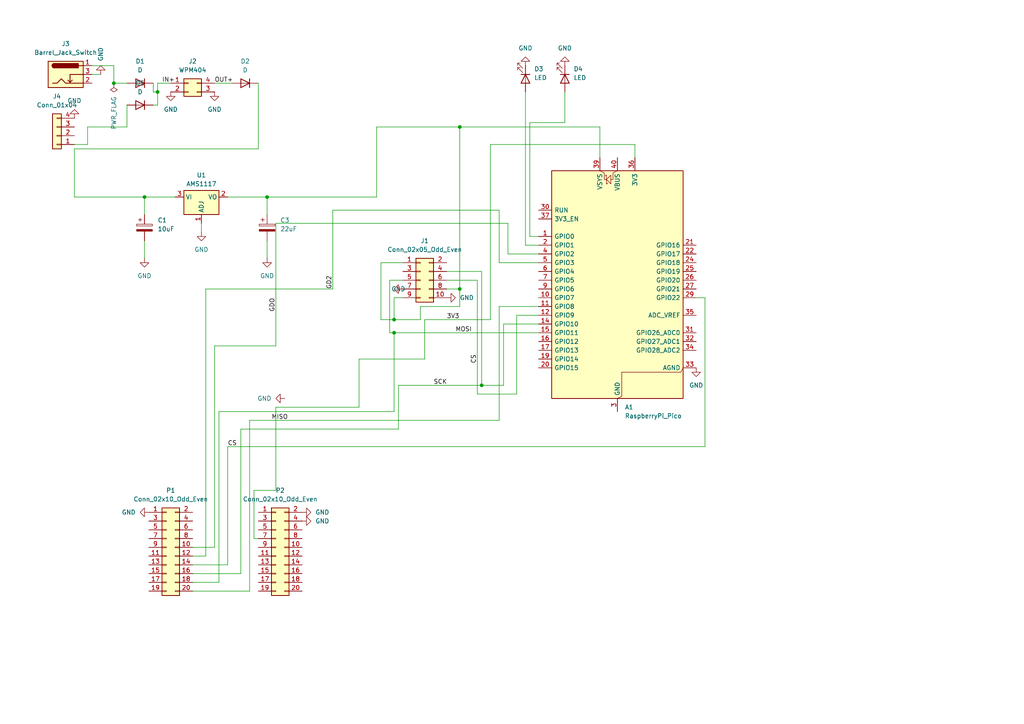
<source format=kicad_sch>
(kicad_sch (version 20250114) (generator "eeschema") (generator_version "9.0")
  (paper "A4")
  (lib_symbols
    (symbol "Connector:Barrel_Jack_Switch" (pin_names (hide yes))
      (property "Reference" "J" (at 0 5.334 0))
      (property "Value" "Barrel_Jack_Switch" (at 0 -5.08 0))
      (symbol "Barrel_Jack_Switch_0_1"
        (rectangle (start -5.08 3.81) (end 5.08 -3.81) (stroke (width 0.254)) (fill (type background)))
        (polyline (pts (xy -3.81 -2.54) (xy -2.54 -2.54) (xy -1.27 -1.27) (xy 0 -2.54) (xy 2.54 -2.54) (xy 5.08 -2.54)) (stroke (width 0.254)))
        (arc (start -3.302 1.905) (mid -3.9343 2.54) (end -3.302 3.175) (stroke (width 0.254)))
        (arc (start -3.302 1.905) (mid -3.9343 2.54) (end -3.302 3.175) (stroke (width 0.254)) (fill (type outline)))
        (polyline (pts (xy 1.27 -2.286) (xy 1.905 -1.651)) (stroke (width 0.254)))
        (rectangle (start 3.683 3.175) (end -3.302 1.905) (stroke (width 0.254)) (fill (type outline)))
        (polyline (pts (xy 5.08 2.54) (xy 3.81 2.54)) (stroke (width 0.254)))
        (polyline (pts (xy 5.08 0) (xy 1.27 0) (xy 1.27 -2.286) (xy 0.635 -1.651)) (stroke (width 0.254)))
      )
      (symbol "Barrel_Jack_Switch_1_1"
        (pin passive line (at 7.62 2.54 180) (length 2.54) (name "~") (number "1"))
        (pin passive line (at 7.62 0 180) (length 2.54) (name "~") (number "3"))
        (pin passive line (at 7.62 -2.54 180) (length 2.54) (name "~") (number "2"))
      )
    )
    (symbol "Connector_Generic:Conn_01x04" (pin_names (offset 1.016) (hide yes))
      (property "Reference" "J" (at 0 5.08 0))
      (property "Value" "Conn_01x04" (at 0 -7.62 0))
      (symbol "Conn_01x04_1_1"
        (rectangle (start -1.27 3.81) (end 1.27 -6.35) (stroke (width 0.254)) (fill (type background)))
        (rectangle (start -1.27 2.667) (end 0 2.413) (stroke (width 0.1524)))
        (rectangle (start -1.27 0.127) (end 0 -0.127) (stroke (width 0.1524)))
        (rectangle (start -1.27 -2.413) (end 0 -2.667) (stroke (width 0.1524)))
        (rectangle (start -1.27 -4.953) (end 0 -5.207) (stroke (width 0.1524)))
        (pin passive line (at -5.08 2.54 0) (length 3.81) (name "Pin_1") (number "1"))
        (pin passive line (at -5.08 0 0) (length 3.81) (name "Pin_2") (number "2"))
        (pin passive line (at -5.08 -2.54 0) (length 3.81) (name "Pin_3") (number "3"))
        (pin passive line (at -5.08 -5.08 0) (length 3.81) (name "Pin_4") (number "4"))
      )
    )
    (symbol "Connector_Generic:Conn_02x02_Counter_Clockwise" (pin_names (offset 1.016) (hide yes))
      (property "Reference" "J2" (at 1.27 6.35 0))
      (property "Value" "WPM404" (at 1.27 3.81 0))
      (symbol "Conn_02x02_Counter_Clockwise_1_1"
        (rectangle (start -1.27 1.27) (end 3.81 -3.81) (stroke (width 0.254)) (fill (type background)))
        (rectangle (start -1.27 0.127) (end 0 -0.127) (stroke (width 0.1524)))
        (rectangle (start -1.27 -2.413) (end 0 -2.667) (stroke (width 0.1524)))
        (rectangle (start 3.81 0.127) (end 2.54 -0.127) (stroke (width 0.1524)))
        (rectangle (start 3.81 -2.413) (end 2.54 -2.667) (stroke (width 0.1524)))
        (pin passive line (at -5.08 0 0) (length 3.81) (name "Pin_1") (number "1"))
        (pin power_in line (at -5.08 -2.54 0) (length 3.81) (name "Pin_2") (number "2"))
        (pin passive line (at 7.62 0 180) (length 3.81) (name "Pin_4") (number "4"))
        (pin power_out line (at 7.62 -2.54 180) (length 3.81) (name "Pin_3") (number "3"))
      )
    )
    (symbol "Connector_Generic:Conn_02x05_Odd_Even" (pin_names (offset 1.016) (hide yes))
      (property "Reference" "J" (at 1.27 7.62 0))
      (property "Value" "Conn_02x05_Odd_Even" (at 1.27 -7.62 0))
      (symbol "Conn_02x05_Odd_Even_1_1"
        (rectangle (start -1.27 6.35) (end 3.81 -6.35) (stroke (width 0.254)) (fill (type background)))
        (rectangle (start -1.27 5.207) (end 0 4.953) (stroke (width 0.1524)))
        (rectangle (start -1.27 2.667) (end 0 2.413) (stroke (width 0.1524)))
        (rectangle (start -1.27 0.127) (end 0 -0.127) (stroke (width 0.1524)))
        (rectangle (start -1.27 -2.413) (end 0 -2.667) (stroke (width 0.1524)))
        (rectangle (start -1.27 -4.953) (end 0 -5.207) (stroke (width 0.1524)))
        (rectangle (start 3.81 5.207) (end 2.54 4.953) (stroke (width 0.1524)))
        (rectangle (start 3.81 2.667) (end 2.54 2.413) (stroke (width 0.1524)))
        (rectangle (start 3.81 0.127) (end 2.54 -0.127) (stroke (width 0.1524)))
        (rectangle (start 3.81 -2.413) (end 2.54 -2.667) (stroke (width 0.1524)))
        (rectangle (start 3.81 -4.953) (end 2.54 -5.207) (stroke (width 0.1524)))
        (pin passive line (at -5.08 5.08 0) (length 3.81) (name "Pin_1") (number "1"))
        (pin passive line (at -5.08 2.54 0) (length 3.81) (name "Pin_3") (number "3"))
        (pin passive line (at -5.08 0 0) (length 3.81) (name "Pin_5") (number "5"))
        (pin passive line (at -5.08 -2.54 0) (length 3.81) (name "Pin_7") (number "7"))
        (pin passive line (at -5.08 -5.08 0) (length 3.81) (name "Pin_9") (number "9"))
        (pin passive line (at 7.62 5.08 180) (length 3.81) (name "Pin_2") (number "2"))
        (pin passive line (at 7.62 2.54 180) (length 3.81) (name "Pin_4") (number "4"))
        (pin passive line (at 7.62 0 180) (length 3.81) (name "Pin_6") (number "6"))
        (pin passive line (at 7.62 -2.54 180) (length 3.81) (name "Pin_8") (number "8"))
        (pin passive line (at 7.62 -5.08 180) (length 3.81) (name "Pin_10") (number "10"))
      )
    )
    (symbol "Connector_Generic:Conn_02x10_Odd_Even" (pin_names (offset 1.016) (hide yes))
      (property "Reference" "J" (at 1.27 12.7 0))
      (property "Value" "Conn_02x10_Odd_Even" (at 1.27 -15.24 0))
      (symbol "Conn_02x10_Odd_Even_1_1"
        (rectangle (start -1.27 11.43) (end 3.81 -13.97) (stroke (width 0.254)) (fill (type background)))
        (rectangle (start -1.27 10.287) (end 0 10.033) (stroke (width 0.1524)))
        (rectangle (start -1.27 7.747) (end 0 7.493) (stroke (width 0.1524)))
        (rectangle (start -1.27 5.207) (end 0 4.953) (stroke (width 0.1524)))
        (rectangle (start -1.27 2.667) (end 0 2.413) (stroke (width 0.1524)))
        (rectangle (start -1.27 0.127) (end 0 -0.127) (stroke (width 0.1524)))
        (rectangle (start -1.27 -2.413) (end 0 -2.667) (stroke (width 0.1524)))
        (rectangle (start -1.27 -4.953) (end 0 -5.207) (stroke (width 0.1524)))
        (rectangle (start -1.27 -7.493) (end 0 -7.747) (stroke (width 0.1524)))
        (rectangle (start -1.27 -10.033) (end 0 -10.287) (stroke (width 0.1524)))
        (rectangle (start -1.27 -12.573) (end 0 -12.827) (stroke (width 0.1524)))
        (rectangle (start 3.81 10.287) (end 2.54 10.033) (stroke (width 0.1524)))
        (rectangle (start 3.81 7.747) (end 2.54 7.493) (stroke (width 0.1524)))
        (rectangle (start 3.81 5.207) (end 2.54 4.953) (stroke (width 0.1524)))
        (rectangle (start 3.81 2.667) (end 2.54 2.413) (stroke (width 0.1524)))
        (rectangle (start 3.81 0.127) (end 2.54 -0.127) (stroke (width 0.1524)))
        (rectangle (start 3.81 -2.413) (end 2.54 -2.667) (stroke (width 0.1524)))
        (rectangle (start 3.81 -4.953) (end 2.54 -5.207) (stroke (width 0.1524)))
        (rectangle (start 3.81 -7.493) (end 2.54 -7.747) (stroke (width 0.1524)))
        (rectangle (start 3.81 -10.033) (end 2.54 -10.287) (stroke (width 0.1524)))
        (rectangle (start 3.81 -12.573) (end 2.54 -12.827) (stroke (width 0.1524)))
        (pin passive line (at -5.08 10.16 0) (length 3.81) (name "Pin_1") (number "1"))
        (pin passive line (at -5.08 7.62 0) (length 3.81) (name "Pin_3") (number "3"))
        (pin passive line (at -5.08 5.08 0) (length 3.81) (name "Pin_5") (number "5"))
        (pin passive line (at -5.08 2.54 0) (length 3.81) (name "Pin_7") (number "7"))
        (pin passive line (at -5.08 0 0) (length 3.81) (name "Pin_9") (number "9"))
        (pin passive line (at -5.08 -2.54 0) (length 3.81) (name "Pin_11") (number "11"))
        (pin passive line (at -5.08 -5.08 0) (length 3.81) (name "Pin_13") (number "13"))
        (pin passive line (at -5.08 -7.62 0) (length 3.81) (name "Pin_15") (number "15"))
        (pin passive line (at -5.08 -10.16 0) (length 3.81) (name "Pin_17") (number "17"))
        (pin passive line (at -5.08 -12.7 0) (length 3.81) (name "Pin_19") (number "19"))
        (pin passive line (at 7.62 10.16 180) (length 3.81) (name "Pin_2") (number "2"))
        (pin passive line (at 7.62 7.62 180) (length 3.81) (name "Pin_4") (number "4"))
        (pin passive line (at 7.62 5.08 180) (length 3.81) (name "Pin_6") (number "6"))
        (pin passive line (at 7.62 2.54 180) (length 3.81) (name "Pin_8") (number "8"))
        (pin passive line (at 7.62 0 180) (length 3.81) (name "Pin_10") (number "10"))
        (pin passive line (at 7.62 -2.54 180) (length 3.81) (name "Pin_12") (number "12"))
        (pin passive line (at 7.62 -5.08 180) (length 3.81) (name "Pin_14") (number "14"))
        (pin passive line (at 7.62 -7.62 180) (length 3.81) (name "Pin_16") (number "16"))
        (pin passive line (at 7.62 -10.16 180) (length 3.81) (name "Pin_18") (number "18"))
        (pin passive line (at 7.62 -12.7 180) (length 3.81) (name "Pin_20") (number "20"))
      )
    )
    (symbol "D_1" (pin_numbers (hide yes)) (pin_names (offset 1.016) (hide yes))
      (property "Reference" "D2" (at 0 -6.35 0))
      (property "Value" "D" (at 0 -3.81 0))
      (symbol "D_1_0_1"
        (polyline (pts (xy -1.27 1.27) (xy -1.27 -1.27)) (stroke (width 0.254)))
        (polyline (pts (xy 1.27 1.27) (xy 1.27 -1.27) (xy -1.27 0) (xy 1.27 1.27)) (stroke (width 0.254)))
        (polyline (pts (xy 1.27 0) (xy -1.27 0)))
      )
      (symbol "D_1_1_1"
        (pin power_out line (at -3.81 0 0) (length 2.54) (name "K") (number "1"))
        (pin power_in line (at 3.81 0 180) (length 2.54) (name "A") (number "2"))
      )
    )
    (symbol "D_2" (pin_numbers (hide yes)) (pin_names (offset 1.016) (hide yes))
      (property "Reference" "D" (at 0 2.54 0))
      (property "Value" "D" (at 0 -2.54 0))
      (symbol "D_2_0_1"
        (polyline (pts (xy -1.27 1.27) (xy -1.27 -1.27)) (stroke (width 0.254)))
        (polyline (pts (xy 1.27 1.27) (xy 1.27 -1.27) (xy -1.27 0) (xy 1.27 1.27)) (stroke (width 0.254)))
        (polyline (pts (xy 1.27 0) (xy -1.27 0)))
      )
      (symbol "D_2_1_1"
        (pin passive line (at -3.81 0 0) (length 2.54) (name "K") (number "1"))
        (pin passive line (at 3.81 0 180) (length 2.54) (name "A") (number "2"))
      )
    )
    (symbol "Device:C_Polarized" (pin_numbers (hide yes)) (pin_names (offset 0.254))
      (property "Reference" "C" (at 0.635 2.54 0))
      (property "Value" "C_Polarized" (at 0.635 -2.54 0))
      (symbol "C_Polarized_0_1"
        (rectangle (start -2.286 0.508) (end 2.286 1.016))
        (polyline (pts (xy -1.778 2.286) (xy -0.762 2.286)))
        (polyline (pts (xy -1.27 2.794) (xy -1.27 1.778)))
        (rectangle (start 2.286 -0.508) (end -2.286 -1.016) (fill (type outline)))
      )
      (symbol "C_Polarized_1_1"
        (pin passive line (at 0 3.81 270) (length 2.794) (name "~") (number "1"))
        (pin passive line (at 0 -3.81 90) (length 2.794) (name "~") (number "2"))
      )
    )
    (symbol "Device:D" (pin_numbers (hide yes)) (pin_names (offset 1.016) (hide yes))
      (property "Reference" "D1" (at 0 -6.35 0))
      (property "Value" "D" (at 0 -3.81 0))
      (symbol "D_0_1"
        (polyline (pts (xy -1.27 1.27) (xy -1.27 -1.27)) (stroke (width 0.254)))
        (polyline (pts (xy 1.27 1.27) (xy 1.27 -1.27) (xy -1.27 0) (xy 1.27 1.27)) (stroke (width 0.254)))
        (polyline (pts (xy 1.27 0) (xy -1.27 0)))
      )
      (symbol "D_1_1"
        (pin power_out line (at -3.81 0 0) (length 2.54) (name "K") (number "1"))
        (pin power_in line (at 3.81 0 180) (length 2.54) (name "A") (number "2"))
      )
    )
    (symbol "Device:LED" (pin_numbers (hide yes)) (pin_names (offset 1.016) (hide yes))
      (property "Reference" "D" (at 0 2.54 0))
      (property "Value" "LED" (at 0 -2.54 0))
      (symbol "LED_0_1"
        (polyline (pts (xy -3.048 -0.762) (xy -4.572 -2.286) (xy -3.81 -2.286) (xy -4.572 -2.286) (xy -4.572 -1.524)))
        (polyline (pts (xy -1.778 -0.762) (xy -3.302 -2.286) (xy -2.54 -2.286) (xy -3.302 -2.286) (xy -3.302 -1.524)))
        (polyline (pts (xy -1.27 0) (xy 1.27 0)))
        (polyline (pts (xy -1.27 -1.27) (xy -1.27 1.27)) (stroke (width 0.254)))
        (polyline (pts (xy 1.27 -1.27) (xy 1.27 1.27) (xy -1.27 0) (xy 1.27 -1.27)) (stroke (width 0.254)))
      )
      (symbol "LED_1_1"
        (pin passive line (at -3.81 0 0) (length 2.54) (name "K") (number "1"))
        (pin passive line (at 3.81 0 180) (length 2.54) (name "A") (number "2"))
      )
    )
    (symbol "MCU_Module:RaspberryPi_Pico" (pin_names (offset 0.762))
      (property "Reference" "A" (at -19.05 35.56 0))
      (property "Value" "RaspberryPi_Pico" (at 7.62 35.56 0))
      (symbol "RaspberryPi_Pico_0_1"
        (rectangle (start -19.05 34.29) (end 19.05 -31.75) (stroke (width 0.254)) (fill (type background)))
        (polyline (pts (xy -5.08 34.29) (xy -3.81 33.655) (xy -3.81 31.75) (xy -3.175 31.75)))
        (polyline (pts (xy -3.429 32.766) (xy -3.429 33.02) (xy -3.175 33.02) (xy -3.175 30.48) (xy -2.921 30.48) (xy -2.921 30.734)))
        (polyline (pts (xy -3.175 31.75) (xy -1.905 33.02) (xy -1.905 30.48) (xy -3.175 31.75)))
        (polyline (pts (xy 0 34.29) (xy -1.27 33.655) (xy -1.27 31.75) (xy -1.905 31.75)))
        (polyline (pts (xy 0 -31.75) (xy 1.27 -31.115) (xy 1.27 -24.13) (xy 18.415 -24.13) (xy 19.05 -22.86)))
      )
      (symbol "RaspberryPi_Pico_1_1"
        (pin passive line (at -22.86 22.86 0) (length 3.81) (name "RUN") (number "30"))
        (pin passive line (at -22.86 20.32 0) (length 3.81) (name "3V3_EN") (number "37"))
        (pin bidirectional line (at -22.86 15.24 0) (length 3.81) (name "GPIO0") (number "1"))
        (pin bidirectional line (at -22.86 12.7 0) (length 3.81) (name "GPIO1") (number "2"))
        (pin bidirectional line (at -22.86 10.16 0) (length 3.81) (name "GPIO2") (number "4"))
        (pin bidirectional line (at -22.86 7.62 0) (length 3.81) (name "GPIO3") (number "5"))
        (pin bidirectional line (at -22.86 5.08 0) (length 3.81) (name "GPIO4") (number "6"))
        (pin bidirectional line (at -22.86 2.54 0) (length 3.81) (name "GPIO5") (number "7"))
        (pin bidirectional line (at -22.86 0 0) (length 3.81) (name "GPIO6") (number "9"))
        (pin bidirectional line (at -22.86 -2.54 0) (length 3.81) (name "GPIO7") (number "10"))
        (pin bidirectional line (at -22.86 -5.08 0) (length 3.81) (name "GPIO8") (number "11"))
        (pin bidirectional line (at -22.86 -7.62 0) (length 3.81) (name "GPIO9") (number "12"))
        (pin bidirectional line (at -22.86 -10.16 0) (length 3.81) (name "GPIO10") (number "14"))
        (pin bidirectional line (at -22.86 -12.7 0) (length 3.81) (name "GPIO11") (number "15"))
        (pin bidirectional line (at -22.86 -15.24 0) (length 3.81) (name "GPIO12") (number "16"))
        (pin bidirectional line (at -22.86 -17.78 0) (length 3.81) (name "GPIO13") (number "17"))
        (pin bidirectional line (at -22.86 -20.32 0) (length 3.81) (name "GPIO14") (number "19"))
        (pin bidirectional line (at -22.86 -22.86 0) (length 3.81) (name "GPIO15") (number "20"))
        (pin power_in line (at -5.08 38.1 270) (length 3.81) (name "VSYS") (number "39"))
        (pin power_out line (at 0 38.1 270) (length 3.81) (name "VBUS") (number "40"))
        (pin passive line (at 0 -35.56 90) (length 3.81) (hide yes) (name "GND") (number "13"))
        (pin passive line (at 0 -35.56 90) (length 3.81) (hide yes) (name "GND") (number "18"))
        (pin passive line (at 0 -35.56 90) (length 3.81) (hide yes) (name "GND") (number "23"))
        (pin passive line (at 0 -35.56 90) (length 3.81) (hide yes) (name "GND") (number "28"))
        (pin power_out line (at 0 -35.56 90) (length 3.81) (name "GND") (number "3"))
        (pin passive line (at 0 -35.56 90) (length 3.81) (hide yes) (name "GND") (number "38"))
        (pin passive line (at 0 -35.56 90) (length 3.81) (hide yes) (name "GND") (number "8"))
        (pin power_out line (at 5.08 38.1 270) (length 3.81) (name "3V3") (number "36"))
        (pin bidirectional line (at 22.86 12.7 180) (length 3.81) (name "GPIO16") (number "21"))
        (pin bidirectional line (at 22.86 10.16 180) (length 3.81) (name "GPIO17") (number "22"))
        (pin bidirectional line (at 22.86 7.62 180) (length 3.81) (name "GPIO18") (number "24"))
        (pin bidirectional line (at 22.86 5.08 180) (length 3.81) (name "GPIO19") (number "25"))
        (pin bidirectional line (at 22.86 2.54 180) (length 3.81) (name "GPIO20") (number "26"))
        (pin bidirectional line (at 22.86 0 180) (length 3.81) (name "GPIO21") (number "27"))
        (pin bidirectional line (at 22.86 -2.54 180) (length 3.81) (name "GPIO22") (number "29"))
        (pin power_in line (at 22.86 -7.62 180) (length 3.81) (name "ADC_VREF") (number "35"))
        (pin bidirectional line (at 22.86 -12.7 180) (length 3.81) (name "GPIO26_ADC0") (number "31"))
        (pin bidirectional line (at 22.86 -15.24 180) (length 3.81) (name "GPIO27_ADC1") (number "32"))
        (pin bidirectional line (at 22.86 -17.78 180) (length 3.81) (name "GPIO28_ADC2") (number "34"))
        (pin power_out line (at 22.86 -22.86 180) (length 3.81) (name "AGND") (number "33"))
      )
    )
    (symbol "Regulator_Linear:AMS1117"
      (property "Reference" "U" (at -3.81 3.175 0))
      (property "Value" "AMS1117" (at 0 3.175 0))
      (symbol "AMS1117_0_1"
        (rectangle (start -5.08 -5.08) (end 5.08 1.905) (stroke (width 0.254)) (fill (type background)))
      )
      (symbol "AMS1117_1_1"
        (pin power_in line (at -7.62 0 0) (length 2.54) (name "VI") (number "3"))
        (pin input line (at 0 -7.62 90) (length 2.54) (name "ADJ") (number "1"))
        (pin power_out line (at 7.62 0 180) (length 2.54) (name "VO") (number "2"))
      )
    )
    (symbol "power:GND" (power) (pin_numbers (hide yes)) (pin_names (offset 0) (hide yes))
      (property "Value" "GND" (at 0 -3.81 0))
      (symbol "GND_0_1"
        (polyline (pts (xy 0 0) (xy 0 -1.27) (xy 1.27 -1.27) (xy 0 -2.54) (xy -1.27 -1.27) (xy 0 -1.27)))
      )
      (symbol "GND_1_1"
        (pin power_in line (at 0 0 270) (length 0) (name "~") (number "1"))
      )
    )
    (symbol "power:PWR_FLAG" (power) (pin_numbers (hide yes)) (pin_names (offset 0) (hide yes))
      (property "Value" "PWR_FLAG" (at 0 3.81 0))
      (symbol "PWR_FLAG_0_0"
        (pin power_out line (at 0 0 90) (length 0) (name "~") (number "1"))
      )
      (symbol "PWR_FLAG_0_1"
        (polyline (pts (xy 0 0) (xy 0 1.27) (xy -1.016 1.905) (xy 0 2.54) (xy 1.016 1.905) (xy 0 1.27)))
      )
    )
  )
  (junction (at 33.02 24.13))
  (junction (at 139.7 111.76))
  (junction (at 41.91 57.15))
  (junction (at 133.35 36.83))
  (junction (at 133.35 83.82))
  (junction (at 114.3 96.52))
  (junction (at 114.3 92.71))
  (junction (at 45.72 26.67))
  (junction (at 77.47 57.15))
  (wire (pts (xy 96.52 60.96) (xy 96.52 83.82)))
  (wire (pts (xy 184.15 41.91) (xy 184.15 45.72)))
  (wire (pts (xy 80.01 142.24) (xy 73.66 142.24)))
  (wire (pts (xy 62.23 100.33) (xy 62.23 158.75)))
  (wire (pts (xy 45.72 26.67) (xy 45.72 24.13)))
  (wire (pts (xy 109.22 36.83) (xy 109.22 57.15)))
  (wire (pts (xy 115.57 111.76) (xy 139.7 111.76)))
  (wire (pts (xy 152.4 26.67) (xy 152.4 71.12)))
  (wire (pts (xy 113.03 81.28) (xy 113.03 96.52)))
  (wire (pts (xy 110.49 76.2) (xy 110.49 92.71)))
  (wire (pts (xy 114.3 92.71) (xy 121.92 92.71)))
  (wire (pts (xy 129.54 81.28) (xy 138.43 81.28)))
  (wire (pts (xy 41.91 57.15) (xy 50.8 57.15)))
  (wire (pts (xy 142.24 41.91) (xy 184.15 41.91)))
  (wire (pts (xy 62.23 158.75) (xy 55.88 158.75)))
  (wire (pts (xy 80.01 64.77) (xy 147.32 64.77)))
  (wire (pts (xy 114.3 96.52) (xy 156.21 96.52)))
  (wire (pts (xy 74.93 24.13) (xy 74.93 43.18)))
  (wire (pts (xy 73.66 156.21) (xy 74.93 156.21)))
  (wire (pts (xy 146.05 111.76) (xy 146.05 93.98)))
  (wire (pts (xy 153.67 35.56) (xy 163.83 35.56)))
  (wire (pts (xy 59.69 83.82) (xy 96.52 83.82)))
  (wire (pts (xy 25.4 36.83) (xy 25.4 41.91)))
  (wire (pts (xy 121.92 92.71) (xy 121.92 88.9)))
  (wire (pts (xy 123.19 104.14) (xy 123.19 92.71)))
  (wire (pts (xy 80.01 118.11) (xy 80.01 142.24)))
  (wire (pts (xy 147.32 64.77) (xy 147.32 73.66)))
  (wire (pts (xy 129.54 78.74) (xy 139.7 78.74)))
  (wire (pts (xy 133.35 88.9) (xy 133.35 83.82)))
  (wire (pts (xy 41.91 69.85) (xy 41.91 74.93)))
  (wire (pts (xy 109.22 36.83) (xy 133.35 36.83)))
  (wire (pts (xy 44.45 24.13) (xy 44.45 26.67)))
  (wire (pts (xy 113.03 96.52) (xy 114.3 96.52)))
  (wire (pts (xy 45.72 24.13) (xy 49.53 24.13)))
  (wire (pts (xy 44.45 30.48) (xy 45.72 30.48)))
  (wire (pts (xy 173.99 36.83) (xy 173.99 45.72)))
  (wire (pts (xy 110.49 92.71) (xy 114.3 92.71)))
  (wire (pts (xy 66.04 163.83) (xy 55.88 163.83)))
  (wire (pts (xy 21.59 57.15) (xy 41.91 57.15)))
  (wire (pts (xy 36.83 36.83) (xy 36.83 30.48)))
  (wire (pts (xy 33.02 24.13) (xy 36.83 24.13)))
  (wire (pts (xy 139.7 111.76) (xy 146.05 111.76)))
  (wire (pts (xy 114.3 86.36) (xy 116.84 86.36)))
  (wire (pts (xy 69.85 124.46) (xy 115.57 124.46)))
  (wire (pts (xy 133.35 36.83) (xy 173.99 36.83)))
  (wire (pts (xy 149.86 91.44) (xy 149.86 114.3)))
  (wire (pts (xy 163.83 26.67) (xy 163.83 35.56)))
  (wire (pts (xy 144.78 88.9) (xy 156.21 88.9)))
  (wire (pts (xy 25.4 41.91) (xy 21.59 41.91)))
  (wire (pts (xy 144.78 60.96) (xy 96.52 60.96)))
  (wire (pts (xy 80.01 118.11) (xy 104.14 118.11)))
  (wire (pts (xy 66.04 129.54) (xy 204.47 129.54)))
  (wire (pts (xy 80.01 64.77) (xy 80.01 100.33)))
  (wire (pts (xy 41.91 57.15) (xy 41.91 62.23)))
  (wire (pts (xy 121.92 88.9) (xy 133.35 88.9)))
  (wire (pts (xy 69.85 124.46) (xy 69.85 166.37)))
  (wire (pts (xy 144.78 121.92) (xy 144.78 88.9)))
  (wire (pts (xy 156.21 76.2) (xy 144.78 76.2)))
  (wire (pts (xy 133.35 36.83) (xy 133.35 83.82)))
  (wire (pts (xy 116.84 81.28) (xy 113.03 81.28)))
  (wire (pts (xy 147.32 73.66) (xy 156.21 73.66)))
  (wire (pts (xy 74.93 43.18) (xy 21.59 43.18)))
  (wire (pts (xy 73.66 142.24) (xy 73.66 156.21)))
  (wire (pts (xy 45.72 30.48) (xy 45.72 26.67)))
  (wire (pts (xy 153.67 35.56) (xy 153.67 68.58)))
  (wire (pts (xy 80.01 100.33) (xy 62.23 100.33)))
  (wire (pts (xy 153.67 68.58) (xy 156.21 68.58)))
  (wire (pts (xy 72.39 121.92) (xy 72.39 171.45)))
  (wire (pts (xy 116.84 76.2) (xy 110.49 76.2)))
  (wire (pts (xy 33.02 19.05) (xy 33.02 24.13)))
  (wire (pts (xy 138.43 81.28) (xy 138.43 114.3)))
  (wire (pts (xy 63.5 119.38) (xy 114.3 119.38)))
  (wire (pts (xy 204.47 86.36) (xy 201.93 86.36)))
  (wire (pts (xy 63.5 119.38) (xy 63.5 168.91)))
  (wire (pts (xy 146.05 93.98) (xy 156.21 93.98)))
  (wire (pts (xy 26.67 21.59) (xy 29.21 21.59)))
  (wire (pts (xy 104.14 118.11) (xy 104.14 104.14)))
  (wire (pts (xy 59.69 83.82) (xy 59.69 161.29)))
  (wire (pts (xy 63.5 168.91) (xy 55.88 168.91)))
  (wire (pts (xy 114.3 119.38) (xy 114.3 96.52)))
  (wire (pts (xy 142.24 92.71) (xy 142.24 41.91)))
  (wire (pts (xy 66.04 129.54) (xy 66.04 163.83)))
  (wire (pts (xy 44.45 26.67) (xy 45.72 26.67)))
  (wire (pts (xy 59.69 161.29) (xy 55.88 161.29)))
  (wire (pts (xy 204.47 129.54) (xy 204.47 86.36)))
  (wire (pts (xy 72.39 121.92) (xy 144.78 121.92)))
  (wire (pts (xy 72.39 171.45) (xy 55.88 171.45)))
  (wire (pts (xy 144.78 76.2) (xy 144.78 60.96)))
  (wire (pts (xy 138.43 114.3) (xy 149.86 114.3)))
  (wire (pts (xy 33.02 19.05) (xy 26.67 19.05)))
  (wire (pts (xy 77.47 57.15) (xy 77.47 62.23)))
  (wire (pts (xy 149.86 91.44) (xy 156.21 91.44)))
  (wire (pts (xy 62.23 24.13) (xy 67.31 24.13)))
  (wire (pts (xy 115.57 124.46) (xy 115.57 111.76)))
  (wire (pts (xy 21.59 43.18) (xy 21.59 57.15)))
  (wire (pts (xy 139.7 78.74) (xy 139.7 111.76)))
  (wire (pts (xy 58.42 64.77) (xy 58.42 67.31)))
  (wire (pts (xy 69.85 166.37) (xy 55.88 166.37)))
  (wire (pts (xy 152.4 71.12) (xy 156.21 71.12)))
  (wire (pts (xy 66.04 57.15) (xy 77.47 57.15)))
  (wire (pts (xy 114.3 92.71) (xy 114.3 86.36)))
  (wire (pts (xy 123.19 92.71) (xy 142.24 92.71)))
  (wire (pts (xy 129.54 83.82) (xy 133.35 83.82)))
  (wire (pts (xy 77.47 57.15) (xy 109.22 57.15)))
  (wire (pts (xy 25.4 36.83) (xy 36.83 36.83)))
  (wire (pts (xy 77.47 69.85) (xy 77.47 74.93)))
  (wire (pts (xy 104.14 104.14) (xy 123.19 104.14)))
  (label "GD2" (at 96.52 83.82 90))
  (label "GDO" (at 80.01 86.36 270))
  (label "CS" (at 66.04 129.54 0))
  (label "3V3" (at 129.54 92.71 0))
  (label "CS" (at 138.43 105.41 90))
  (label "OUT+" (at 62.23 24.13 0))
  (label "MISO" (at 78.74 121.92 0))
  (label "MOSI" (at 132.08 96.52 0))
  (label "SCK" (at 125.73 111.76 0))
  (label "IN+" (at 46.99 24.13 0))
  (symbol (lib_id "power:GND") (at 77.47 74.93 0) (unit 1)
    (property "Reference" "#PWR05" (effects (hide yes)))
    (property "Value" "GND" (at 77.47 80.01 0))
    (property "Description" "Power symbol creates a global label with name \"GND\" , ground" (effects (hide yes)))
  )
  (symbol (lib_id "Device:C_Polarized") (at 77.47 66.04 0) (unit 1)
    (property "Reference" "C3" (at 81.28 63.8809 0) (effects (justify left)))
    (property "Value" "22uF" (at 81.28 66.4209 0) (effects (justify left)))
    (property "Footprint" "Capacitor_SMD:CP_Elec_5x5.4" (effects (hide yes)))
    (property "Description" "Polarized capacitor" (effects (hide yes)))
  )
  (symbol (lib_id "power:GND") (at 58.42 67.31 0) (unit 1)
    (property "Reference" "#PWR02" (effects (hide yes)))
    (property "Value" "GND" (at 58.42 72.39 0))
    (property "Description" "Power symbol creates a global label with name \"GND\" , ground" (effects (hide yes)))
  )
  (symbol (lib_id "Device:LED") (at 152.4 22.86 270) (unit 1)
    (property "Reference" "D3" (at 154.94 20.0024 90) (effects (justify left)))
    (property "Value" "LED" (at 154.94 22.5424 90) (effects (justify left)))
    (property "Footprint" "LED_THT:LED_D5.0mm" (effects (hide yes)))
    (property "Description" "Light emitting diode" (effects (hide yes)))
    (property "Sim.Pins" "1=K 2=A" (effects (hide yes)))
  )
  (symbol (lib_id "power:GND") (at 152.4 19.05 180) (unit 1)
    (property "Reference" "#PWR08" (effects (hide yes)))
    (property "Value" "GND" (at 152.4 13.97 0))
    (property "Description" "Power symbol creates a global label with name \"GND\" , ground" (effects (hide yes)))
  )
  (symbol (lib_id "Device:C_Polarized") (at 41.91 66.04 0) (unit 1)
    (property "Reference" "C1" (at 45.72 63.8809 0) (effects (justify left)))
    (property "Value" "10uF" (at 45.72 66.4209 0) (effects (justify left)))
    (property "Footprint" "Capacitor_SMD:CP_Elec_6.3x5.4" (effects (hide yes)))
    (property "Description" "Polarized capacitor" (effects (hide yes)))
  )
  (symbol (lib_id "power:GND") (at 87.63 151.13 90) (unit 1)
    (property "Reference" "#PWR017" (effects (hide yes)))
    (property "Value" "GND" (at 91.44 151.1299 90) (effects (justify right)))
    (property "Description" "Power symbol creates a global label with name \"GND\" , ground" (effects (hide yes)))
  )
  (symbol (lib_name "D_1") (lib_id "Device:D") (at 71.12 24.13 180) (unit 1)
    (property "Reference" "D2" (at 71.12 17.78 0))
    (property "Value" "D" (at 71.12 20.32 0))
    (property "Footprint" "Diode_SMD:D_SMA_Handsoldering" (effects (hide yes)))
    (property "Description" "Diode" (effects (hide yes)))
    (property "Sim.Device" "D" (effects (hide yes)))
    (property "Sim.Pins" "1=K 2=A" (effects (hide yes)))
  )
  (symbol (lib_id "power:GND") (at 87.63 148.59 90) (unit 1)
    (property "Reference" "#PWR016" (effects (hide yes)))
    (property "Value" "GND" (at 91.44 148.5899 90) (effects (justify right)))
    (property "Description" "Power symbol creates a global label with name \"GND\" , ground" (effects (hide yes)))
  )
  (symbol (lib_id "MCU_Module:RaspberryPi_Pico") (at 179.07 83.82 0) (unit 1)
    (property "Reference" "A1" (at 181.2133 118.11 0) (effects (justify left)))
    (property "Value" "RaspberryPi_Pico" (at 181.2133 120.65 0) (effects (justify left)))
    (property "Footprint" "Module:RaspberryPi_Pico_Common_THT" (effects (hide yes)))
    (property "Datasheet" "https://datasheets.raspberrypi.com/pico/pico-datasheet.pdf" (effects (hide yes)))
    (property "Description" "Versatile and inexpensive microcontroller module powered by RP2040 dual-core Arm Cortex-M0+ processor up to 133 MHz, 264kB SRAM, 2MB QSPI flash; also supports Raspberry Pi Pico 2" (effects (hide yes)))
  )
  (symbol (lib_id "Connector_Generic:Conn_02x10_Odd_Even") (at 80.01 158.75 0) (unit 1)
    (property "Reference" "P2" (at 81.28 142.24 0))
    (property "Value" "Conn_02x10_Odd_Even" (at 81.28 144.78 0))
    (property "Footprint" "Connector_PinHeader_1.27mm:PinHeader_2x10_P1.27mm_Vertical" (effects (hide yes)))
    (property "Description" "Generic connector, double row, 02x10, odd/even pin numbering scheme (row 1 odd numbers, row 2 even numbers), script generated (kicad-library-utils/schlib/autogen/connector/)" (effects (hide yes)))
  )
  (symbol (lib_id "Connector_Generic:Conn_02x10_Odd_Even") (at 48.26 158.75 0) (unit 1)
    (property "Reference" "P1" (at 49.53 142.24 0))
    (property "Value" "Conn_02x10_Odd_Even" (at 49.53 144.78 0))
    (property "Footprint" "Connector_PinHeader_1.27mm:PinHeader_2x10_P1.27mm_Vertical" (effects (hide yes)))
    (property "Description" "Generic connector, double row, 02x10, odd/even pin numbering scheme (row 1 odd numbers, row 2 even numbers), script generated (kicad-library-utils/schlib/autogen/connector/)" (effects (hide yes)))
  )
  (symbol (lib_name "D_2") (lib_id "Device:D") (at 40.64 30.48 180) (unit 1)
    (property "Reference" "D5" (at 40.64 24.13 0))
    (property "Value" "D" (at 40.64 26.67 0))
    (property "Footprint" "Diode_SMD:D_SMA_Handsoldering" (effects (hide yes)))
    (property "Description" "Diode" (effects (hide yes)))
    (property "Sim.Device" "D" (effects (hide yes)))
    (property "Sim.Pins" "1=K 2=A" (effects (hide yes)))
  )
  (symbol (lib_id "power:GND") (at 201.93 106.68 0) (unit 1)
    (property "Reference" "#PWR01" (effects (hide yes)))
    (property "Value" "GND" (at 201.93 111.76 0))
    (property "Description" "Power symbol creates a global label with name \"GND\" , ground" (effects (hide yes)))
  )
  (symbol (lib_id "Device:D") (at 40.64 24.13 180) (unit 1)
    (property "Reference" "D1" (at 40.64 17.78 0))
    (property "Value" "D" (at 40.64 20.32 0))
    (property "Footprint" "Diode_SMD:D_SMA_Handsoldering" (effects (hide yes)))
    (property "Description" "Diode" (effects (hide yes)))
    (property "Sim.Device" "D" (effects (hide yes)))
    (property "Sim.Pins" "1=K 2=A" (effects (hide yes)))
  )
  (symbol (lib_id "power:GND") (at 82.55 115.57 270) (unit 1)
    (property "Reference" "#PWR09" (effects (hide yes)))
    (property "Value" "GND" (at 78.74 115.5699 90) (effects (justify right)))
    (property "Description" "Power symbol creates a global label with name \"GND\" , ground" (effects (hide yes)))
  )
  (symbol (lib_id "Connector:Barrel_Jack_Switch") (at 19.05 21.59 0) (unit 1)
    (property "Reference" "J3" (at 19.05 12.7 0))
    (property "Value" "Barrel_Jack_Switch" (at 19.05 15.24 0))
    (property "Footprint" "Connector_BarrelJack:BarrelJack_Wuerth_6941xx301002" (effects (hide yes)))
    (property "Description" "DC Barrel Jack with an internal switch" (effects (hide yes)))
  )
  (symbol (lib_id "power:GND") (at 62.23 26.67 0) (unit 1)
    (property "Reference" "#PWR07" (effects (hide yes)))
    (property "Value" "GND" (at 62.23 31.75 0))
    (property "Description" "Power symbol creates a global label with name \"GND\" , ground" (effects (hide yes)))
  )
  (symbol (lib_id "power:GND") (at 163.83 19.05 180) (unit 1)
    (property "Reference" "#PWR011" (effects (hide yes)))
    (property "Value" "GND" (at 163.83 13.97 0))
    (property "Description" "Power symbol creates a global label with name \"GND\" , ground" (effects (hide yes)))
  )
  (symbol (lib_id "Connector_Generic:Conn_01x04") (at 16.51 39.37 180) (unit 1)
    (property "Reference" "J4" (at 16.51 27.94 0))
    (property "Value" "Conn_01x04" (at 16.51 30.48 0))
    (property "Footprint" "Connector_PinHeader_2.54mm:PinHeader_1x04_P2.54mm_Vertical" (effects (hide yes)))
    (property "Description" "Generic connector, single row, 01x04, script generated (kicad-library-utils/schlib/autogen/connector/)" (effects (hide yes)))
  )
  (symbol (lib_id "power:GND") (at 29.21 21.59 180) (unit 1)
    (property "Reference" "#PWR04" (effects (hide yes)))
    (property "Value" "GND" (at 29.2099 17.78 90) (effects (justify right)))
    (property "Description" "Power symbol creates a global label with name \"GND\" , ground" (effects (hide yes)))
  )
  (symbol (lib_id "power:GND") (at 49.53 26.67 0) (unit 1)
    (property "Reference" "#PWR06" (effects (hide yes)))
    (property "Value" "GND" (at 49.53 31.75 0))
    (property "Description" "Power symbol creates a global label with name \"GND\" , ground" (effects (hide yes)))
  )
  (symbol (lib_id "Regulator_Linear:AMS1117") (at 58.42 57.15 0) (unit 1)
    (property "Reference" "U1" (at 58.42 50.8 0))
    (property "Value" "AMS1117" (at 58.42 53.34 0))
    (property "Footprint" "Package_TO_SOT_SMD:SOT-223-3_TabPin2" (effects (hide yes)))
    (property "Datasheet" "http://www.advanced-monolithic.com/pdf/ds1117.pdf" (effects (hide yes)))
    (property "Description" "1A Low Dropout regulator, positive, adjustable output, SOT-223" (effects (hide yes)))
  )
  (symbol (lib_id "power:PWR_FLAG") (at 33.02 24.13 180) (unit 1)
    (property "Reference" "#FLG01" (effects (hide yes)))
    (property "Value" "PWR_FLAG" (at 33.0199 27.94 90) (effects (justify left)))
    (property "Description" "Special symbol for telling ERC where power comes from" (effects (hide yes)))
  )
  (symbol (lib_id "power:GND") (at 41.91 74.93 0) (unit 1)
    (property "Reference" "#PWR03" (effects (hide yes)))
    (property "Value" "GND" (at 41.91 80.01 0))
    (property "Description" "Power symbol creates a global label with name \"GND\" , ground" (effects (hide yes)))
  )
  (symbol (lib_id "power:GND") (at 43.18 148.59 270) (unit 1)
    (property "Reference" "#PWR015" (effects (hide yes)))
    (property "Value" "GND" (at 39.37 148.5899 90) (effects (justify right)))
    (property "Description" "Power symbol creates a global label with name \"GND\" , ground" (effects (hide yes)))
  )
  (symbol (lib_id "power:GND") (at 129.54 86.36 90) (unit 1)
    (property "Reference" "#PWR013" (effects (hide yes)))
    (property "Value" "GND" (at 133.35 86.3599 90) (effects (justify right)))
    (property "Description" "Power symbol creates a global label with name \"GND\" , ground" (effects (hide yes)))
  )
  (symbol (lib_id "power:GND") (at 21.59 34.29 180) (unit 1)
    (property "Reference" "#PWR014" (effects (hide yes)))
    (property "Value" "GND" (at 21.59 29.21 0))
    (property "Description" "Power symbol creates a global label with name \"GND\" , ground" (effects (hide yes)))
  )
  (symbol (lib_id "Connector_Generic:Conn_02x02_Counter_Clockwise") (at 54.61 24.13 0) (unit 1)
    (property "Reference" "J2" (at 55.88 17.78 0))
    (property "Value" "WPM404" (at 55.88 20.32 0))
    (property "Footprint" "Connector_PinHeader_2.54mm:WPM404_New" (effects (hide yes)))
    (property "Description" "Generic connector, double row, 02x02, counter clockwise pin numbering scheme (similar to DIP package numbering), script generated (kicad-library-utils/schlib/autogen/connector/)" (effects (hide yes)))
  )
  (symbol (lib_id "Connector_Generic:Conn_02x05_Odd_Even") (at 121.92 81.28 0) (unit 1)
    (property "Reference" "J1" (at 123.19 69.85 0))
    (property "Value" "Conn_02x05_Odd_Even" (at 123.19 72.39 0))
    (property "Footprint" "Connector_PinSocket_2.54mm:PinSocket_2x05_P2.54mm_Vertical" (effects (hide yes)))
    (property "Description" "Generic connector, double row, 02x05, odd/even pin numbering scheme (row 1 odd numbers, row 2 even numbers), script generated (kicad-library-utils/schlib/autogen/connector/)" (effects (hide yes)))
  )
  (symbol (lib_id "Device:LED") (at 163.83 22.86 270) (unit 1)
    (property "Reference" "D4" (at 166.37 20.0024 90) (effects (justify left)))
    (property "Value" "LED" (at 166.37 22.5424 90) (effects (justify left)))
    (property "Footprint" "LED_THT:LED_D5.0mm" (effects (hide yes)))
    (property "Description" "Light emitting diode" (effects (hide yes)))
    (property "Sim.Pins" "1=K 2=A" (effects (hide yes)))
  )
  (symbol (lib_id "power:GND") (at 116.84 83.82 270) (unit 1)
    (property "Reference" "#PWR012" (effects (hide yes)))
    (property "Value" "GND" (at 117.602 83.82 90) (effects (justify right)))
    (property "Description" "Power symbol creates a global label with name \"GND\" , ground" (effects (hide yes)))
  )
)
</source>
